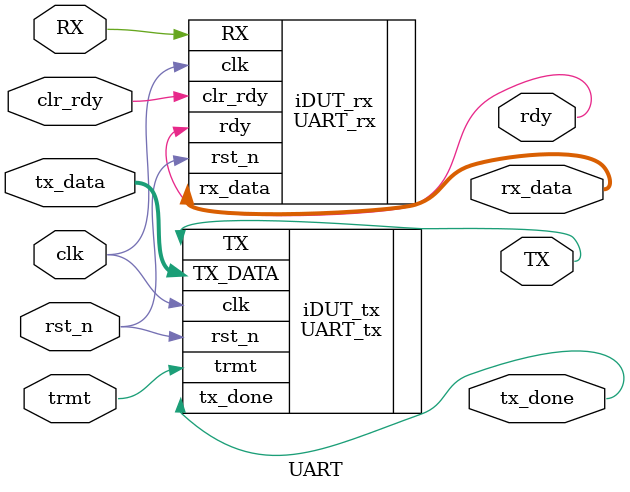
<source format=sv>
module UART(clk, rst_n, RX, TX, rx_data, tx_data, tx_done, trmt, clr_rdy, rdy);

input clk, rst_n, RX, clr_rdy, trmt;
input [7:0] tx_data;
output TX, rdy, tx_done;
output [7:0] rx_data; 

UART_tx iDUT_tx(.clk(clk), .rst_n(rst_n), .TX(TX), .trmt(trmt), .TX_DATA(tx_data),.tx_done(tx_done));
UART_rx iDUT_rx(.clk(clk), .rst_n(rst_n), .RX(RX), .rdy(rdy), .rx_data(rx_data), .clr_rdy(clr_rdy));

endmodule
</source>
